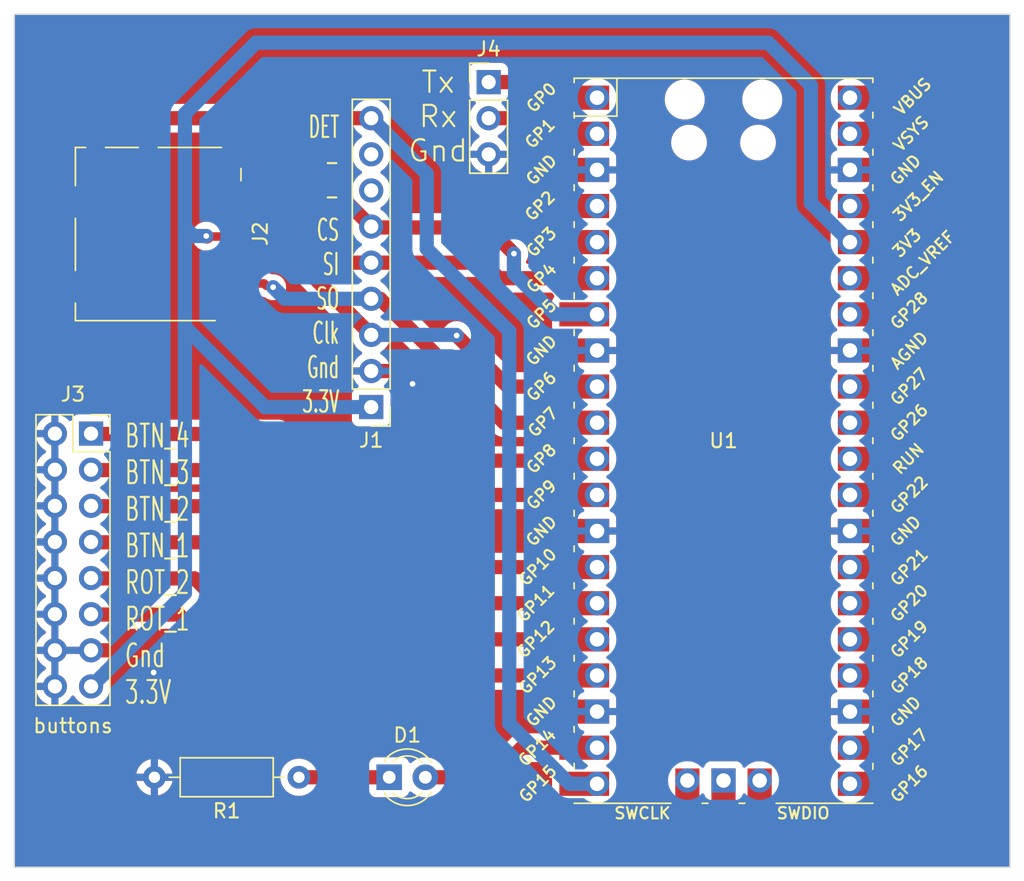
<source format=kicad_pcb>
(kicad_pcb (version 20221018) (generator pcbnew)
  (layers (0 "F.Cu" signal) (31 "B.Cu" signal) (34 "B.Paste" user) (35 "F.Paste" user) (36 "B.SilkS" user "B.Silkscreen") (37 "F.SilkS" user "F.Silkscreen") (38 "B.Mask" user) (39 "F.Mask" user) (44 "Edge.Cuts" user))
  (net 0 "")
  (net 1 "+3.3V")
  (net 2 "GND")
  (net 3 "SD_SPI_CLK")
  (net 4 "SD_SPI_TX")
  (net 5 "SD_SPI_RX")
  (net 6 "SD_CS")
  (net 7 "Net-(D1-K)")
  (net 9 "SD_DET")
  (net 13 "DBG_LED")
  (net 14 "ROT_1")
  (net 15 "ROT_2")
  (net 22 "BUTTON_1")
  (net 37 "BUTTON_2")
  (net 38 "BUTTON_3")
  (net 39 "BUTTON_4")
  (net 40 "DBG_TX")
  (net 41 "DBG_RX")
  (footprint "Connector_Card:microSD_HC_Molex_104031-0811" (layer "F.Cu") (at 110.12 115.4425 -90)
    (fp_text reference "J2" (at 0 -7.18 90) (layer "F.SilkS"))
    (fp_text value "104031-0811" hide)
    (fp_line (start -6.07 -4.45) (end -6.07 0) (stroke (width 0.12)) (layer "F.SilkS"))
    (fp_line (start -6.07 1.4) (end -6.07 3.7) (stroke (width 0.12)) (layer "F.SilkS"))
    (fp_line (start -6.07 5.1) (end -6.07 5.82) (stroke (width 0.12)) (layer "F.SilkS"))
    (fp_line (start -6.07 5.82) (end -3.39 5.82) (stroke (width 0.12)) (layer "F.SilkS"))
    (fp_line (start -4.59 -5.82) (end -3.73 -5.82) (stroke (width 0.12)) (layer "F.SilkS"))
    (fp_line (start -1.09 5.82) (end 2.58 5.82) (stroke (width 0.12)) (layer "F.SilkS"))
    (fp_line (start 4.88 5.82) (end 6.11 5.82) (stroke (width 0.12)) (layer "F.SilkS"))
    (fp_line (start 6.11 5.82) (end 6.11 -4) (stroke (width 0.12)) (layer "F.SilkS"))
    (pad "1" smd rect (at -3.105 -5.45 270) (size 0.85 1.1) (layers "F.Cu" "F.Paste" "F.Mask"))
    (pad "2" smd rect (at -2.005 -5.45 270) (size 0.85 1.1) (layers "F.Cu" "F.Paste" "F.Mask") (net 6 "SD_CS"))
    (pad "3" smd rect (at -0.905 -5.45 270) (size 0.85 1.1) (layers "F.Cu" "F.Paste" "F.Mask") (net 4 "SD_SPI_TX"))
    (pad "4" smd rect (at 0.195 -5.45 270) (size 0.85 1.1) (layers "F.Cu" "F.Paste" "F.Mask") (net 1 "+3.3V"))
    (pad "5" smd rect (at 1.295 -5.45 270) (size 0.85 1.1) (layers "F.Cu" "F.Paste" "F.Mask") (net 3 "SD_SPI_CLK"))
    (pad "6" smd rect (at 2.395 -5.45 270) (size 0.85 1.1) (layers "F.Cu" "F.Paste" "F.Mask") (net 2 "GND"))
    (pad "7" smd rect (at 3.495 -5.45 270) (size 0.85 1.1) (layers "F.Cu" "F.Paste" "F.Mask") (net 5 "SD_SPI_RX"))
    (pad "8" smd rect (at 4.545 -5.45 270) (size 0.75 1.1) (layers "F.Cu" "F.Paste" "F.Mask"))
    (pad "9" smd rect (at -5.74 0.7 270) (size 1.2 1) (layers "F.Cu" "F.Paste" "F.Mask") (net 9 "SD_DET"))
    (pad "10" smd rect (at -5.74 4.4 270) (size 1.2 1) (layers "F.Cu" "F.Paste" "F.Mask") (net 2 "GND"))
    (pad "11" smd rect (at -5.565 -5.325 270) (size 1.55 1.35) (layers "F.Cu" "F.Paste" "F.Mask"))
    (pad "11" smd rect (at -2.24 5.375 270) (size 1.9 1.35) (layers "F.Cu" "F.Paste" "F.Mask"))
    (pad "11" smd rect (at 3.73 5.375 270) (size 1.9 1.35) (layers "F.Cu" "F.Paste" "F.Mask"))
    (pad "11" smd rect (at 5.755 -5.1 270) (size 1.17 1.8) (layers "F.Cu" "F.Paste" "F.Mask"))
  )
  (footprint "Connector_PinSocket_2.54mm:PinSocket_2x08_P2.54mm_Vertical" (layer "F.Cu") (at 105.4 129.5)
    (fp_text reference "J3" (at -1.27 -2.77) (layer "F.SilkS"))
    (fp_text value "buttons" (at -1.27 20.55) (layer "F.SilkS"))
    (fp_line (start -3.87 -1.33) (end -3.87 19.11) (stroke (width 0.12)) (layer "F.SilkS"))
    (fp_line (start -3.87 -1.33) (end -1.27 -1.33) (stroke (width 0.12)) (layer "F.SilkS"))
    (fp_line (start -3.87 19.11) (end 1.33 19.11) (stroke (width 0.12)) (layer "F.SilkS"))
    (fp_line (start -1.27 -1.33) (end -1.27 1.27) (stroke (width 0.12)) (layer "F.SilkS"))
    (fp_line (start -1.27 1.27) (end 1.33 1.27) (stroke (width 0.12)) (layer "F.SilkS"))
    (fp_line (start 0 -1.33) (end 1.33 -1.33) (stroke (width 0.12)) (layer "F.SilkS"))
    (fp_line (start 1.33 -1.33) (end 1.33 0) (stroke (width 0.12)) (layer "F.SilkS"))
    (fp_line (start 1.33 1.27) (end 1.33 19.11) (stroke (width 0.12)) (layer "F.SilkS"))
    (pad "1" thru_hole rect (at 0 0) (size 1.7 1.7) (drill 1) (layers "*.Cu" "*.Mask") (net 39 "BUTTON_4"))
    (pad "2" thru_hole oval (at -2.54 0) (size 1.7 1.7) (drill 1) (layers "*.Cu" "*.Mask") (net 2 "GND"))
    (pad "3" thru_hole oval (at 0 2.54) (size 1.7 1.7) (drill 1) (layers "*.Cu" "*.Mask") (net 38 "BUTTON_3"))
    (pad "4" thru_hole oval (at -2.54 2.54) (size 1.7 1.7) (drill 1) (layers "*.Cu" "*.Mask") (net 2 "GND"))
    (pad "5" thru_hole oval (at 0 5.08) (size 1.7 1.7) (drill 1) (layers "*.Cu" "*.Mask") (net 37 "BUTTON_2"))
    (pad "6" thru_hole oval (at -2.54 5.08) (size 1.7 1.7) (drill 1) (layers "*.Cu" "*.Mask") (net 2 "GND"))
    (pad "7" thru_hole oval (at 0 7.62) (size 1.7 1.7) (drill 1) (layers "*.Cu" "*.Mask") (net 22 "BUTTON_1"))
    (pad "8" thru_hole oval (at -2.54 7.62) (size 1.7 1.7) (drill 1) (layers "*.Cu" "*.Mask") (net 2 "GND"))
    (pad "9" thru_hole oval (at 0 10.16) (size 1.7 1.7) (drill 1) (layers "*.Cu" "*.Mask") (net 15 "ROT_2"))
    (pad "10" thru_hole oval (at -2.54 10.16) (size 1.7 1.7) (drill 1) (layers "*.Cu" "*.Mask") (net 2 "GND"))
    (pad "11" thru_hole oval (at 0 12.7) (size 1.7 1.7) (drill 1) (layers "*.Cu" "*.Mask") (net 14 "ROT_1"))
    (pad "12" thru_hole oval (at -2.54 12.7) (size 1.7 1.7) (drill 1) (layers "*.Cu" "*.Mask") (net 2 "GND"))
    (pad "13" thru_hole oval (at 0 15.24) (size 1.7 1.7) (drill 1) (layers "*.Cu" "*.Mask") (net 2 "GND"))
    (pad "14" thru_hole oval (at -2.54 15.24) (size 1.7 1.7) (drill 1) (layers "*.Cu" "*.Mask") (net 2 "GND"))
    (pad "15" thru_hole oval (at 0 17.78) (size 1.7 1.7) (drill 1) (layers "*.Cu" "*.Mask") (net 1 "+3.3V"))
    (pad "16" thru_hole oval (at -2.54 17.78) (size 1.7 1.7) (drill 1) (layers "*.Cu" "*.Mask") (net 2 "GND"))
  )
  (footprint "MCU_RaspberryPi_and_Boards:RPi_Pico_SMD_TH" (layer "F.Cu") (at 149.86 130)
    (fp_text reference "U1" (at 0 0) (layer "F.SilkS"))
    (fp_text value "Pico")
    (fp_text user "GND" (at -12.8 6.35 45) (layer "F.SilkS") (effects (font (size 0.8 0.8))))
    (fp_text user "GP2" (at -12.9 -16.51 45) (layer "F.SilkS") (effects (font (size 0.8 0.8))))
    (fp_text user "GP3" (at -12.8 -13.97 45) (layer "F.SilkS") (effects (font (size 0.8 0.8))))
    (fp_text user "GP15" (at -13.054 24.13 45) (layer "F.SilkS") (effects (font (size 0.8 0.8))))
    (fp_text user "GP21" (at 13.054 8.9 45) (layer "F.SilkS") (effects (font (size 0.8 0.8))))
    (fp_text user "GP7" (at -12.7 -1.3 45) (layer "F.SilkS") (effects (font (size 0.8 0.8))))
    (fp_text user "GP26" (at 13.054 -1.27 45) (layer "F.SilkS") (effects (font (size 0.8 0.8))))
    (fp_text user "GP19" (at 13.054 13.97 45) (layer "F.SilkS") (effects (font (size 0.8 0.8))))
    (fp_text user "GP4" (at -12.8 -11.43 45) (layer "F.SilkS") (effects (font (size 0.8 0.8))))
    (fp_text user "GP1" (at -12.9 -21.6 45) (layer "F.SilkS") (effects (font (size 0.8 0.8))))
    (fp_text user "VBUS" (at 13.3 -24.2 45) (layer "F.SilkS") (effects (font (size 0.8 0.8))))
    (fp_text user "GP9" (at -12.8 3.81 45) (layer "F.SilkS") (effects (font (size 0.8 0.8))))
    (fp_text user "RUN" (at 13 1.27 45) (layer "F.SilkS") (effects (font (size 0.8 0.8))))
    (fp_text user "GP28" (at 13.054 -9.144 45) (layer "F.SilkS") (effects (font (size 0.8 0.8))))
    (fp_text user "GND" (at 12.8 -19.05 45) (layer "F.SilkS") (effects (font (size 0.8 0.8))))
    (fp_text user "AGND" (at 13.054 -6.35 45) (layer "F.SilkS") (effects (font (size 0.8 0.8))))
    (fp_text user "SWDIO" (at 5.6 26.2) (layer "F.SilkS") (effects (font (size 0.8 0.8))))
    (fp_text user "GP5" (at -12.8 -8.89 45) (layer "F.SilkS") (effects (font (size 0.8 0.8))))
    (fp_text user "GND" (at -12.8 -19.05 45) (layer "F.SilkS") (effects (font (size 0.8 0.8))))
    (fp_text user "3V3" (at 12.9 -13.9 45) (layer "F.SilkS") (effects (font (size 0.8 0.8))))
    (fp_text user "GND" (at 12.8 19.05 45) (layer "F.SilkS") (effects (font (size 0.8 0.8))))
    (fp_text user "GP22" (at 13.054 3.81 45) (layer "F.SilkS") (effects (font (size 0.8 0.8))))
    (fp_text user "GND" (at 12.8 6.35 45) (layer "F.SilkS") (effects (font (size 0.8 0.8))))
    (fp_text user "GP18" (at 13.054 16.51 45) (layer "F.SilkS") (effects (font (size 0.8 0.8))))
    (fp_text user "ADC_VREF" (at 14 -12.5 45) (layer "F.SilkS") (effects (font (size 0.8 0.8))))
    (fp_text user "GP12" (at -13.2 13.97 45) (layer "F.SilkS") (effects (font (size 0.8 0.8))))
    (fp_text user "VSYS" (at 13.2 -21.59 45) (layer "F.SilkS") (effects (font (size 0.8 0.8))))
    (fp_text user "GP27" (at 13.054 -3.8 45) (layer "F.SilkS") (effects (font (size 0.8 0.8))))
    (fp_text user "GP20" (at 13.054 11.43 45) (layer "F.SilkS") (effects (font (size 0.8 0.8))))
    (fp_text user "GND" (at -12.8 -6.35 45) (layer "F.SilkS") (effects (font (size 0.8 0.8))))
    (fp_text user "GP6" (at -12.8 -3.81 45) (layer "F.SilkS") (effects (font (size 0.8 0.8))))
    (fp_text user "GP11" (at -13.2 11.43 45) (layer "F.SilkS") (effects (font (size 0.8 0.8))))
    (fp_text user "GP14" (at -13.1 21.59 45) (layer "F.SilkS") (effects (font (size 0.8 0.8))))
    (fp_text user "GP13" (at -13.054 16.51 45) (layer "F.SilkS") (effects (font (size 0.8 0.8))))
    (fp_text user "GP8" (at -12.8 1.27 45) (layer "F.SilkS") (effects (font (size 0.8 0.8))))
    (fp_text user "GND" (at -12.8 19.05 45) (layer "F.SilkS") (effects (font (size 0.8 0.8))))
    (fp_text user "SWCLK" (at -5.7 26.2) (layer "F.SilkS") (effects (font (size 0.8 0.8))))
    (fp_text user "GP0" (at -12.8 -24.13 45) (layer "F.SilkS") (effects (font (size 0.8 0.8))))
    (fp_text user "GP10" (at -13.054 8.89 45) (layer "F.SilkS") (effects (font (size 0.8 0.8))))
    (fp_text user "3V3_EN" (at 13.7 -17.2 45) (layer "F.SilkS") (effects (font (size 0.8 0.8))))
    (fp_text user "GP16" (at 13.054 24.13 45) (layer "F.SilkS") (effects (font (size 0.8 0.8))))
    (fp_text user "GP17" (at 13.054 21.59 45) (layer "F.SilkS") (effects (font (size 0.8 0.8))))
    (fp_line (start -10.5 -25.5) (end -10.5 -25.2) (stroke (width 0.12)) (layer "F.SilkS"))
    (fp_line (start -10.5 -25.5) (end 10.5 -25.5) (stroke (width 0.12)) (layer "F.SilkS"))
    (fp_line (start -10.5 -23.1) (end -10.5 -22.7) (stroke (width 0.12)) (layer "F.SilkS"))
    (fp_line (start -10.5 -22.833) (end -7.493 -22.833) (stroke (width 0.12)) (layer "F.SilkS"))
    (fp_line (start -10.5 -20.5) (end -10.5 -20.1) (stroke (width 0.12)) (layer "F.SilkS"))
    (fp_line (start -10.5 -18) (end -10.5 -17.6) (stroke (width 0.12)) (layer "F.SilkS"))
    (fp_line (start -10.5 -15.4) (end -10.5 -15) (stroke (width 0.12)) (layer "F.SilkS"))
    (fp_line (start -10.5 -12.9) (end -10.5 -12.5) (stroke (width 0.12)) (layer "F.SilkS"))
    (fp_line (start -10.5 -10.4) (end -10.5 -10) (stroke (width 0.12)) (layer "F.SilkS"))
    (fp_line (start -10.5 -7.8) (end -10.5 -7.4) (stroke (width 0.12)) (layer "F.SilkS"))
    (fp_line (start -10.5 -5.3) (end -10.5 -4.9) (stroke (width 0.12)) (layer "F.SilkS"))
    (fp_line (start -10.5 -2.7) (end -10.5 -2.3) (stroke (width 0.12)) (layer "F.SilkS"))
    (fp_line (start -10.5 -0.2) (end -10.5 0.2) (stroke (width 0.12)) (layer "F.SilkS"))
    (fp_line (start -10.5 2.3) (end -10.5 2.7) (stroke (width 0.12)) (layer "F.SilkS"))
    (fp_line (start -10.5 4.9) (end -10.5 5.3) (stroke (width 0.12)) (layer "F.SilkS"))
    (fp_line (start -10.5 7.4) (end -10.5 7.8) (stroke (width 0.12)) (layer "F.SilkS"))
    (fp_line (start -10.5 10) (end -10.5 10.4) (stroke (width 0.12)) (layer "F.SilkS"))
    (fp_line (start -10.5 12.5) (end -10.5 12.9) (stroke (width 0.12)) (layer "F.SilkS"))
    (fp_line (start -10.5 15.1) (end -10.5 15.5) (stroke (width 0.12)) (layer "F.SilkS"))
    (fp_line (start -10.5 17.6) (end -10.5 18) (stroke (width 0.12)) (layer "F.SilkS"))
    (fp_line (start -10.5 20.1) (end -10.5 20.5) (stroke (width 0.12)) (layer "F.SilkS"))
    (fp_line (start -10.5 22.7) (end -10.5 23.1) (stroke (width 0.12)) (layer "F.SilkS"))
    (fp_line (start -7.493 -22.833) (end -7.493 -25.5) (stroke (width 0.12)) (layer "F.SilkS"))
    (fp_line (start -3.7 25.5) (end -10.5 25.5) (stroke (width 0.12)) (layer "F.SilkS"))
    (fp_line (start -1.5 25.5) (end -1.1 25.5) (stroke (width 0.12)) (layer "F.SilkS"))
    (fp_line (start 1.1 25.5) (end 1.5 25.5) (stroke (width 0.12)) (layer "F.SilkS"))
    (fp_line (start 10.5 -25.5) (end 10.5 -25.2) (stroke (width 0.12)) (layer "F.SilkS"))
    (fp_line (start 10.5 -23.1) (end 10.5 -22.7) (stroke (width 0.12)) (layer "F.SilkS"))
    (fp_line (start 10.5 -20.5) (end 10.5 -20.1) (stroke (width 0.12)) (layer "F.SilkS"))
    (fp_line (start 10.5 -18) (end 10.5 -17.6) (stroke (width 0.12)) (layer "F.SilkS"))
    (fp_line (start 10.5 -15.4) (end 10.5 -15) (stroke (width 0.12)) (layer "F.SilkS"))
    (fp_line (start 10.5 -12.9) (end 10.5 -12.5) (stroke (width 0.12)) (layer "F.SilkS"))
    (fp_line (start 10.5 -10.4) (end 10.5 -10) (stroke (width 0.12)) (layer "F.SilkS"))
    (fp_line (start 10.5 -7.8) (end 10.5 -7.4) (stroke (width 0.12)) (layer "F.SilkS"))
    (fp_line (start 10.5 -5.3) (end 10.5 -4.9) (stroke (width 0.12)) (layer "F.SilkS"))
    (fp_line (start 10.5 -2.7) (end 10.5 -2.3) (stroke (width 0.12)) (layer "F.SilkS"))
    (fp_line (start 10.5 -0.2) (end 10.5 0.2) (stroke (width 0.12)) (layer "F.SilkS"))
    (fp_line (start 10.5 2.3) (end 10.5 2.7) (stroke (width 0.12)) (layer "F.SilkS"))
    (fp_line (start 10.5 4.9) (end 10.5 5.3) (stroke (width 0.12)) (layer "F.SilkS"))
    (fp_line (start 10.5 7.4) (end 10.5 7.8) (stroke (width 0.12)) (layer "F.SilkS"))
    (fp_line (start 10.5 10) (end 10.5 10.4) (stroke (width 0.12)) (layer "F.SilkS"))
    (fp_line (start 10.5 12.5) (end 10.5 12.9) (stroke (width 0.12)) (layer "F.SilkS"))
    (fp_line (start 10.5 15.1) (end 10.5 15.5) (stroke (width 0.12)) (layer "F.SilkS"))
    (fp_line (start 10.5 17.6) (end 10.5 18) (stroke (width 0.12)) (layer "F.SilkS"))
    (fp_line (start 10.5 20.1) (end 10.5 20.5) (stroke (width 0.12)) (layer "F.SilkS"))
    (fp_line (start 10.5 22.7) (end 10.5 23.1) (stroke (width 0.12)) (layer "F.SilkS"))
    (fp_line (start 10.5 25.5) (end 3.7 25.5) (stroke (width 0.12)) (layer "F.SilkS"))
    (pad "" np_thru_hole oval (at -2.725 -24) (size 1.8 1.8) (drill 1.8) (layers "*.Cu" "*.Mask"))
    (pad "" np_thru_hole oval (at -2.425 -20.97) (size 1.5 1.5) (drill 1.5) (layers "*.Cu" "*.Mask"))
    (pad "" np_thru_hole oval (at 2.425 -20.97) (size 1.5 1.5) (drill 1.5) (layers "*.Cu" "*.Mask"))
    (pad "" np_thru_hole oval (at 2.725 -24) (size 1.8 1.8) (drill 1.8) (layers "*.Cu" "*.Mask"))
    (pad "1" thru_hole oval (at -8.89 -24.13) (size 1.7 1.7) (drill 1.02) (layers "*.Cu" "*.Mask") (net 40 "DBG_TX"))
    (pad "1" smd rect (at -8.89 -24.13) (size 3.5 1.7) (drill (offset -0.9 0)) (layers "F.Cu" "F.Mask") (net 40 "DBG_TX"))
    (pad "2" thru_hole oval (at -8.89 -21.59) (size 1.7 1.7) (drill 1.02) (layers "*.Cu" "*.Mask") (net 41 "DBG_RX"))
    (pad "2" smd rect (at -8.89 -21.59) (size 3.5 1.7) (drill (offset -0.9 0)) (layers "F.Cu" "F.Mask") (net 41 "DBG_RX"))
    (pad "3" thru_hole rect (at -8.89 -19.05) (size 1.7 1.7) (drill 1.02) (layers "*.Cu" "*.Mask") (net 2 "GND"))
    (pad "3" smd rect (at -8.89 -19.05) (size 3.5 1.7) (drill (offset -0.9 0)) (layers "F.Cu" "F.Mask") (net 2 "GND"))
    (pad "4" thru_hole oval (at -8.89 -16.51) (size 1.7 1.7) (drill 1.02) (layers "*.Cu" "*.Mask"))
    (pad "4" smd rect (at -8.89 -16.51) (size 3.5 1.7) (drill (offset -0.9 0)) (layers "F.Cu" "F.Mask"))
    (pad "5" thru_hole oval (at -8.89 -13.97) (size 1.7 1.7) (drill 1.02) (layers "*.Cu" "*.Mask"))
    (pad "5" smd rect (at -8.89 -13.97) (size 3.5 1.7) (drill (offset -0.9 0)) (layers "F.Cu" "F.Mask"))
    (pad "6" thru_hole oval (at -8.89 -11.43) (size 1.7 1.7) (drill 1.02) (layers "*.Cu" "*.Mask") (net 4 "SD_SPI_TX"))
    (pad "6" smd rect (at -8.89 -11.43) (size 3.5 1.7) (drill (offset -0.9 0)) (layers "F.Cu" "F.Mask") (net 4 "SD_SPI_TX"))
    (pad "7" thru_hole oval (at -8.89 -8.89) (size 1.7 1.7) (drill 1.02) (layers "*.Cu" "*.Mask") (net 6 "SD_CS"))
    (pad "7" smd rect (at -8.89 -8.89) (size 3.5 1.7) (drill (offset -0.9 0)) (layers "F.Cu" "F.Mask") (net 6 "SD_CS"))
    (pad "8" thru_hole rect (at -8.89 -6.35) (size 1.7 1.7) (drill 1.02) (layers "*.Cu" "*.Mask") (net 2 "GND"))
    (pad "8" smd rect (at -8.89 -6.35) (size 3.5 1.7) (drill (offset -0.9 0)) (layers "F.Cu" "F.Mask") (net 2 "GND"))
    (pad "9" thru_hole oval (at -8.89 -3.81) (size 1.7 1.7) (drill 1.02) (layers "*.Cu" "*.Mask") (net 3 "SD_SPI_CLK"))
    (pad "9" smd rect (at -8.89 -3.81) (size 3.5 1.7) (drill (offset -0.9 0)) (layers "F.Cu" "F.Mask") (net 3 "SD_SPI_CLK"))
    (pad "10" thru_hole oval (at -8.89 -1.27) (size 1.7 1.7) (drill 1.02) (layers "*.Cu" "*.Mask") (net 5 "SD_SPI_RX"))
    (pad "10" smd rect (at -8.89 -1.27) (size 3.5 1.7) (drill (offset -0.9 0)) (layers "F.Cu" "F.Mask") (net 5 "SD_SPI_RX"))
    (pad "11" thru_hole oval (at -8.89 1.27) (size 1.7 1.7) (drill 1.02) (layers "*.Cu" "*.Mask") (net 39 "BUTTON_4"))
    (pad "11" smd rect (at -8.89 1.27) (size 3.5 1.7) (drill (offset -0.9 0)) (layers "F.Cu" "F.Mask") (net 39 "BUTTON_4"))
    (pad "12" thru_hole oval (at -8.89 3.81) (size 1.7 1.7) (drill 1.02) (layers "*.Cu" "*.Mask") (net 38 "BUTTON_3"))
    (pad "12" smd rect (at -8.89 3.81) (size 3.5 1.7) (drill (offset -0.9 0)) (layers "F.Cu" "F.Mask") (net 38 "BUTTON_3"))
    (pad "13" thru_hole rect (at -8.89 6.35) (size 1.7 1.7) (drill 1.02) (layers "*.Cu" "*.Mask") (net 2 "GND"))
    (pad "13" smd rect (at -8.89 6.35) (size 3.5 1.7) (drill (offset -0.9 0)) (layers "F.Cu" "F.Mask") (net 2 "GND"))
    (pad "14" thru_hole oval (at -8.89 8.89) (size 1.7 1.7) (drill 1.02) (layers "*.Cu" "*.Mask") (net 37 "BUTTON_2"))
    (pad "14" smd rect (at -8.89 8.89) (size 3.5 1.7) (drill (offset -0.9 0)) (layers "F.Cu" "F.Mask") (net 37 "BUTTON_2"))
    (pad "15" thru_hole oval (at -8.89 11.43) (size 1.7 1.7) (drill 1.02) (layers "*.Cu" "*.Mask") (net 22 "BUTTON_1"))
    (pad "15" smd rect (at -8.89 11.43) (size 3.5 1.7) (drill (offset -0.9 0)) (layers "F.Cu" "F.Mask") (net 22 "BUTTON_1"))
    (pad "16" thru_hole oval (at -8.89 13.97) (size 1.7 1.7) (drill 1.02) (layers "*.Cu" "*.Mask") (net 15 "ROT_2"))
    (pad "16" smd rect (at -8.89 13.97) (size 3.5 1.7) (drill (offset -0.9 0)) (layers "F.Cu" "F.Mask") (net 15 "ROT_2"))
    (pad "17" thru_hole oval (at -8.89 16.51) (size 1.7 1.7) (drill 1.02) (layers "*.Cu" "*.Mask") (net 14 "ROT_1"))
    (pad "17" smd rect (at -8.89 16.51) (size 3.5 1.7) (drill (offset -0.9 0)) (layers "F.Cu" "F.Mask") (net 14 "ROT_1"))
    (pad "18" thru_hole rect (at -8.89 19.05) (size 1.7 1.7) (drill 1.02) (layers "*.Cu" "*.Mask") (net 2 "GND"))
    (pad "18" smd rect (at -8.89 19.05) (size 3.5 1.7) (drill (offset -0.9 0)) (layers "F.Cu" "F.Mask") (net 2 "GND"))
    (pad "19" thru_hole oval (at -8.89 21.59) (size 1.7 1.7) (drill 1.02) (layers "*.Cu" "*.Mask") (net 13 "DBG_LED"))
    (pad "19" smd rect (at -8.89 21.59) (size 3.5 1.7) (drill (offset -0.9 0)) (layers "F.Cu" "F.Mask") (net 13 "DBG_LED"))
    (pad "20" thru_hole oval (at -8.89 24.13) (size 1.7 1.7) (drill 1.02) (layers "*.Cu" "*.Mask") (net 9 "SD_DET"))
    (pad "20" smd rect (at -8.89 24.13) (size 3.5 1.7) (drill (offset -0.9 0)) (layers "F.Cu" "F.Mask") (net 9 "SD_DET"))
    (pad "21" thru_hole oval (at 8.89 24.13) (size 1.7 1.7) (drill 1.02) (layers "*.Cu" "*.Mask"))
    (pad "21" smd rect (at 8.89 24.13) (size 3.5 1.7) (drill (offset 0.9 0)) (layers "F.Cu" "F.Mask"))
    (pad "22" thru_hole oval (at 8.89 21.59) (size 1.7 1.7) (drill 1.02) (layers "*.Cu" "*.Mask"))
    (pad "22" smd rect (at 8.89 21.59) (size 3.5 1.7) (drill (offset 0.9 0)) (layers "F.Cu" "F.Mask"))
    (pad "23" thru_hole rect (at 8.89 19.05) (size 1.7 1.7) (drill 1.02) (layers "*.Cu" "*.Mask") (net 2 "GND"))
    (pad "23" smd rect (at 8.89 19.05) (size 3.5 1.7) (drill (offset 0.9 0)) (layers "F.Cu" "F.Mask") (net 2 "GND"))
    (pad "24" thru_hole oval (at 8.89 16.51) (size 1.7 1.7) (drill 1.02) (layers "*.Cu" "*.Mask"))
    (pad "24" smd rect (at 8.89 16.51) (size 3.5 1.7) (drill (offset 0.9 0)) (layers "F.Cu" "F.Mask"))
    (pad "25" thru_hole oval (at 8.89 13.97) (size 1.7 1.7) (drill 1.02) (layers "*.Cu" "*.Mask"))
    (pad "25" smd rect (at 8.89 13.97) (size 3.5 1.7) (drill (offset 0.9 0)) (layers "F.Cu" "F.Mask"))
    (pad "26" thru_hole oval (at 8.89 11.43) (size 1.7 1.7) (drill 1.02) (layers "*.Cu" "*.Mask"))
    (pad "26" smd rect (at 8.89 11.43) (size 3.5 1.7) (drill (offset 0.9 0)) (layers "F.Cu" "F.Mask"))
    (pad "27" thru_hole oval (at 8.89 8.89) (size 1.7 1.7) (drill 1.02) (layers "*.Cu" "*.Mask"))
    (pad "27" smd rect (at 8.89 8.89) (size 3.5 1.7) (drill (offset 0.9 0)) (layers "F.Cu" "F.Mask"))
    (pad "28" thru_hole rect (at 8.89 6.35) (size 1.7 1.7) (drill 1.02) (layers "*.Cu" "*.Mask") (net 2 "GND"))
    (pad "28" smd rect (at 8.89 6.35) (size 3.5 1.7) (drill (offset 0.9 0)) (layers "F.Cu" "F.Mask") (net 2 "GND"))
    (pad "29" thru_hole oval (at 8.89 3.81) (size 1.7 1.7) (drill 1.02) (layers "*.Cu" "*.Mask"))
    (pad "29" smd rect (at 8.89 3.81) (size 3.5 1.7) (drill (offset 0.9 0)) (layers "F.Cu" "F.Mask"))
    (pad "30" thru_hole oval (at 8.89 1.27) (size 1.7 1.7) (drill 1.02) (layers "*.Cu" "*.Mask"))
    (pad "30" smd rect (at 8.89 1.27) (size 3.5 1.7) (drill (offset 0.9 0)) (layers "F.Cu" "F.Mask"))
    (pad "31" thru_hole oval (at 8.89 -1.27) (size 1.7 1.7) (drill 1.02) (layers "*.Cu" "*.Mask"))
    (pad "31" smd rect (at 8.89 -1.27) (size 3.5 1.7) (drill (offset 0.9 0)) (layers "F.Cu" "F.Mask"))
    (pad "32" thru_hole oval (at 8.89 -3.81) (size 1.7 1.7) (drill 1.02) (layers "*.Cu" "*.Mask"))
    (pad "32" smd rect (at 8.89 -3.81) (size 3.5 1.7) (drill (offset 0.9 0)) (layers "F.Cu" "F.Mask"))
    (pad "33" thru_hole rect (at 8.89 -6.35) (size 1.7 1.7) (drill 1.02) (layers "*.Cu" "*.Mask") (net 2 "GND"))
    (pad "33" smd rect (at 8.89 -6.35) (size 3.5 1.7) (drill (offset 0.9 0)) (layers "F.Cu" "F.Mask") (net 2 "GND"))
    (pad "34" thru_hole oval (at 8.89 -8.89) (size 1.7 1.7) (drill 1.02) (layers "*.Cu" "*.Mask"))
    (pad "34" smd rect (at 8.89 -8.89) (size 3.5 1.7) (drill (offset 0.9 0)) (layers "F.Cu" "F.Mask"))
    (pad "35" thru_hole oval (at 8.89 -11.43) (size 1.7 1.7) (drill 1.02) (layers "*.Cu" "*.Mask"))
    (pad "35" smd rect (at 8.89 -11.43) (size 3.5 1.7) (drill (offset 0.9 0)) (layers "F.Cu" "F.Mask"))
    (pad "36" thru_hole oval (at 8.89 -13.97) (size 1.7 1.7) (drill 1.02) (layers "*.Cu" "*.Mask") (net 1 "+3.3V"))
    (pad "36" smd rect (at 8.89 -13.97) (size 3.5 1.7) (drill (offset 0.9 0)) (layers "F.Cu" "F.Mask") (net 1 "+3.3V"))
    (pad "37" thru_hole oval (at 8.89 -16.51) (size 1.7 1.7) (drill 1.02) (layers "*.Cu" "*.Mask"))
    (pad "37" smd rect (at 8.89 -16.51) (size 3.5 1.7) (drill (offset 0.9 0)) (layers "F.Cu" "F.Mask"))
    (pad "38" thru_hole rect (at 8.89 -19.05) (size 1.7 1.7) (drill 1.02) (layers "*.Cu" "*.Mask") (net 2 "GND"))
    (pad "38" smd rect (at 8.89 -19.05) (size 3.5 1.7) (drill (offset 0.9 0)) (layers "F.Cu" "F.Mask") (net 2 "GND"))
    (pad "39" thru_hole oval (at 8.89 -21.59) (size 1.7 1.7) (drill 1.02) (layers "*.Cu" "*.Mask"))
    (pad "39" smd rect (at 8.89 -21.59) (size 3.5 1.7) (drill (offset 0.9 0)) (layers "F.Cu" "F.Mask"))
    (pad "40" thru_hole oval (at 8.89 -24.13) (size 1.7 1.7) (drill 1.02) (layers "*.Cu" "*.Mask"))
    (pad "40" smd rect (at 8.89 -24.13) (size 3.5 1.7) (drill (offset 0.9 0)) (layers "F.Cu" "F.Mask"))
    (pad "41" thru_hole oval (at -2.54 23.9) (size 1.7 1.7) (drill 1.02) (layers "*.Cu" "*.Mask"))
    (pad "41" smd rect (at -2.54 23.9 90) (size 3.5 1.7) (drill (offset -0.9 0)) (layers "F.Cu" "F.Mask"))
    (pad "42" thru_hole rect (at 0 23.9) (size 1.7 1.7) (drill 1.02) (layers "*.Cu" "*.Mask"))
    (pad "42" smd rect (at 0 23.9 90) (size 3.5 1.7) (drill (offset -0.9 0)) (layers "F.Cu" "F.Mask"))
    (pad "43" thru_hole oval (at 2.54 23.9) (size 1.7 1.7) (drill 1.02) (layers "*.Cu" "*.Mask"))
    (pad "43" smd rect (at 2.54 23.9 90) (size 3.5 1.7) (drill (offset -0.9 0)) (layers "F.Cu" "F.Mask"))
  )
  (footprint "Resistor_THT:R_Axial_DIN0207_L6.3mm_D2.5mm_P10.16mm_Horizontal" (layer "F.Cu") (at 120.015 153.67 180)
    (fp_text reference "R1" (at 5.08 -2.37) (layer "F.SilkS"))
    (fp_text value "R_US")
    (fp_line (start 1.04 0) (end 1.81 0) (stroke (width 0.12)) (layer "F.SilkS"))
    (fp_line (start 1.81 -1.37) (end 1.81 1.37) (stroke (width 0.12)) (layer "F.SilkS"))
    (fp_line (start 1.81 1.37) (end 8.35 1.37) (stroke (width 0.12)) (layer "F.SilkS"))
    (fp_line (start 8.35 -1.37) (end 1.81 -1.37) (stroke (width 0.12)) (layer "F.SilkS"))
    (fp_line (start 8.35 1.37) (end 8.35 -1.37) (stroke (width 0.12)) (layer "F.SilkS"))
    (fp_line (start 9.12 0) (end 8.35 0) (stroke (width 0.12)) (layer "F.SilkS"))
    (pad "1" thru_hole circle (at 0 0 180) (size 1.6 1.6) (drill 0.8) (layers "*.Cu" "*.Mask") (net 7 "Net-(D1-K)"))
    (pad "2" thru_hole oval (at 10.16 0 180) (size 1.6 1.6) (drill 0.8) (layers "*.Cu" "*.Mask") (net 2 "GND"))
  )
  (footprint "Connector_PinHeader_2.54mm:PinHeader_1x09_P2.54mm_Vertical" (layer "F.Cu") (at 125.095 127.635 180)
    (fp_text reference "J1" (at 0 -2.33) (layer "F.SilkS"))
    (fp_text value "Conn_01x09_Male" hide)
    (fp_line (start -1.33 -1.33) (end 0 -1.33) (stroke (width 0.12)) (layer "F.SilkS"))
    (fp_line (start -1.33 0) (end -1.33 -1.33) (stroke (width 0.12)) (layer "F.SilkS"))
    (fp_line (start -1.33 1.27) (end -1.33 21.65) (stroke (width 0.12)) (layer "F.SilkS"))
    (fp_line (start -1.33 1.27) (end 1.33 1.27) (stroke (width 0.12)) (layer "F.SilkS"))
    (fp_line (start -1.33 21.65) (end 1.33 21.65) (stroke (width 0.12)) (layer "F.SilkS"))
    (fp_line (start 1.33 1.27) (end 1.33 21.65) (stroke (width 0.12)) (layer "F.SilkS"))
    (pad "1" thru_hole rect (at 0 0 180) (size 1.7 1.7) (drill 1) (layers "*.Cu" "*.Mask") (net 1 "+3.3V"))
    (pad "2" thru_hole oval (at 0 2.54 180) (size 1.7 1.7) (drill 1) (layers "*.Cu" "*.Mask") (net 2 "GND"))
    (pad "3" thru_hole oval (at 0 5.08 180) (size 1.7 1.7) (drill 1) (layers "*.Cu" "*.Mask") (net 3 "SD_SPI_CLK"))
    (pad "4" thru_hole oval (at 0 7.62 180) (size 1.7 1.7) (drill 1) (layers "*.Cu" "*.Mask") (net 5 "SD_SPI_RX"))
    (pad "5" thru_hole oval (at 0 10.16 180) (size 1.7 1.7) (drill 1) (layers "*.Cu" "*.Mask") (net 4 "SD_SPI_TX"))
    (pad "6" thru_hole oval (at 0 12.7 180) (size 1.7 1.7) (drill 1) (layers "*.Cu" "*.Mask") (net 6 "SD_CS"))
    (pad "7" thru_hole oval (at 0 15.24 180) (size 1.7 1.7) (drill 1) (layers "*.Cu" "*.Mask"))
    (pad "8" thru_hole oval (at 0 17.78 180) (size 1.7 1.7) (drill 1) (layers "*.Cu" "*.Mask"))
    (pad "9" thru_hole oval (at 0 20.32 180) (size 1.7 1.7) (drill 1) (layers "*.Cu" "*.Mask") (net 9 "SD_DET"))
  )
  (footprint "Connector_PinHeader_2.54mm:PinHeader_1x03_P2.54mm_Vertical" (layer "F.Cu") (at 133.35 104.775)
    (fp_text reference "J4" (at 0 -2.33) (layer "F.SilkS"))
    (fp_text value "Conn_01x03_Male" hide)
    (fp_line (start -1.33 -1.33) (end 0 -1.33) (stroke (width 0.12)) (layer "F.SilkS"))
    (fp_line (start -1.33 0) (end -1.33 -1.33) (stroke (width 0.12)) (layer "F.SilkS"))
    (fp_line (start -1.33 1.27) (end -1.33 6.41) (stroke (width 0.12)) (layer "F.SilkS"))
    (fp_line (start -1.33 1.27) (end 1.33 1.27) (stroke (width 0.12)) (layer "F.SilkS"))
    (fp_line (start -1.33 6.41) (end 1.33 6.41) (stroke (width 0.12)) (layer "F.SilkS"))
    (fp_line (start 1.33 1.27) (end 1.33 6.41) (stroke (width 0.12)) (layer "F.SilkS"))
    (pad "1" thru_hole rect (at 0 0) (size 1.7 1.7) (drill 1) (layers "*.Cu" "*.Mask") (net 40 "DBG_TX"))
    (pad "2" thru_hole oval (at 0 2.54) (size 1.7 1.7) (drill 1) (layers "*.Cu" "*.Mask") (net 41 "DBG_RX"))
    (pad "3" thru_hole oval (at 0 5.08) (size 1.7 1.7) (drill 1) (layers "*.Cu" "*.Mask") (net 2 "GND"))
  )
  (footprint "LED_THT:LED_D3.0mm" (layer "F.Cu") (at 126.36 153.67)
    (fp_text reference "D1" (at 1.27 -2.96) (layer "F.SilkS"))
    (fp_text value "LED")
    (fp_line (start -0.29 -1.236) (end -0.29 -1.08) (stroke (width 0.12)) (layer "F.SilkS"))
    (fp_line (start -0.29 1.08) (end -0.29 1.236) (stroke (width 0.12)) (layer "F.SilkS"))
    (fp_arc (start -0.29 -1.235516) (mid 1.366487 -1.987659) (end 2.942335 -1.078608) (stroke (width 0.12)) (layer "F.SilkS"))
    (fp_arc (start 0.229039 -1.08) (mid 1.270117 -1.5) (end 2.31113 -1.079837) (stroke (width 0.12)) (layer "F.SilkS"))
    (fp_arc (start 2.31113 1.079837) (mid 1.270117 1.5) (end 0.229039 1.08) (stroke (width 0.12)) (layer "F.SilkS"))
    (fp_arc (start 2.942335 1.078608) (mid 1.366487 1.987659) (end -0.29 1.235516) (stroke (width 0.12)) (layer "F.SilkS"))
    (pad "1" thru_hole rect (at 0 0) (size 1.8 1.8) (drill 0.9) (layers "*.Cu" "*.Mask") (net 7 "Net-(D1-K)"))
    (pad "2" thru_hole circle (at 2.54 0) (size 1.8 1.8) (drill 0.9) (layers "*.Cu" "*.Mask") (net 13 "DBG_LED"))
  )
  (gr_rect (start 100 100) (end 170 160) (stroke (width 0.1)) (fill none) (layer "Edge.Cuts"))
  (gr_text "Tx\nRx\nGnd" (at 129.794 107.188) (layer "F.SilkS") (effects (font (size 1.5 1.5))))
  (gr_text "DET\n-\n-\nCS\nSI\nSO\nClk\nGnd\n3.3V" (at 122.936 117.602) (layer "F.SilkS") (effects (font (size 1.5 0.8)) (justify right)))
  (gr_text "BTN_4\nBTN_3\nBTN_2\nBTN_1\nROT_2\nROT_1\nGnd\n3.3V" (at 107.696 138.684) (layer "F.SilkS") (effects (font (size 1.6 1)) (justify left)))
  (segment (start 113.5375 115.6375) (end 113.5 115.6) (width 1) (layer "F.Cu") (net 1))
  (segment (start 115.57 115.6375) (end 113.5375 115.6375) (width 0.6) (layer "F.Cu") (net 1))
  (via (at 113.5 115.6) (size 0.8) (drill 0.4) (layers "F.Cu" "B.Cu") (net 1))
  (segment (start 112 115) (end 112 122) (width 1) (layer "B.Cu") (net 1))
  (segment (start 112.6 115.6) (end 112 115) (width 1) (layer "B.Cu") (net 1))
  (segment (start 153 102) (end 117 102) (width 1) (layer "B.Cu") (net 1))
  (segment (start 156 105) (end 153 102) (width 1) (layer "B.Cu") (net 1))
  (segment (start 125.095 127.635) (end 117.635 127.635) (width 1) (layer "B.Cu") (net 1))
  (segment (start 117 102) (end 112 107) (width 1) (layer "B.Cu") (net 1))
  (segment (start 112 140.715) (end 105.41 147.305) (width 1) (layer "B.Cu") (net 1))
  (segment (start 156 113.28) (end 156 105) (width 1) (layer "B.Cu") (net 1))
  (segment (start 158.75 116.03) (end 156 113.28) (width 1) (layer "B.Cu") (net 1))
  (segment (start 117.635 127.635) (end 112 122) (width 1) (layer "B.Cu") (net 1))
  (segment (start 112 122) (end 112 140.715) (width 1) (layer "B.Cu") (net 1))
  (segment (start 113.5 115.6) (end 112.6 115.6) (width 1) (layer "B.Cu") (net 1))
  (segment (start 112 107) (end 112 115) (width 1) (layer "B.Cu") (net 1))
  (segment (start 127.095 125.095) (end 128 126) (width 1) (layer "F.Cu") (net 2))
  (segment (start 125.095 125.095) (end 127.095 125.095) (width 1) (layer "F.Cu") (net 2))
  (segment (start 108.24 144.74) (end 109.8 146.3) (width 1) (layer "F.Cu") (net 2))
  (segment (start 105.4 144.74) (end 108.24 144.74) (width 1) (layer "F.Cu") (net 2))
  (via (at 128 126) (size 0.8) (drill 0.4) (layers "F.Cu" "B.Cu") (net 2))
  (via (at 109.8 146.3) (size 0.8) (drill 0.4) (layers "F.Cu" "B.Cu") (net 2))
  (segment (start 134.69 126.19) (end 140.97 126.19) (width 1) (layer "F.Cu") (net 3))
  (segment (start 131.1 122.6) (end 134.69 126.19) (width 1) (layer "F.Cu") (net 3))
  (segment (start 117 116.7375) (end 115.57 116.7375) (width 0.6) (layer "F.Cu") (net 3))
  (segment (start 119.2775 116.7375) (end 117 116.7375) (width 1) (layer "F.Cu") (net 3))
  (segment (start 125.095 122.555) (end 119.2775 116.7375) (width 1) (layer "F.Cu") (net 3))
  (via (at 131.1 122.6) (size 0.8) (drill 0.4) (layers "F.Cu" "B.Cu") (net 3))
  (segment (start 131.055 122.555) (end 131.1 122.6) (width 1) (layer "B.Cu") (net 3))
  (segment (start 125.095 122.555) (end 131.055 122.555) (width 1) (layer "B.Cu") (net 3))
  (segment (start 115.57 114.5375) (end 116.5375 114.5375) (width 0.6) (layer "F.Cu") (net 4))
  (segment (start 120.842 115) (end 123.317 117.475) (width 1) (layer "F.Cu") (net 4))
  (segment (start 140.97 118.57) (end 134.064 118.57) (width 1) (layer "F.Cu") (net 4))
  (segment (start 134.064 118.57) (end 132.969 117.475) (width 1) (layer "F.Cu") (net 4))
  (segment (start 116.5375 114.5375) (end 117 115) (width 0.6) (layer "F.Cu") (net 4))
  (segment (start 132.969 117.475) (end 125.095 117.475) (width 1) (layer "F.Cu") (net 4))
  (segment (start 117 115) (end 120.842 115) (width 1) (layer "F.Cu") (net 4))
  (segment (start 123.317 117.475) (end 125.095 117.475) (width 1) (layer "F.Cu") (net 4))
  (segment (start 134.43 128.73) (end 140.97 128.73) (width 1) (layer "F.Cu") (net 5))
  (segment (start 118.2 119.2) (end 118.1 119.1) (width 0.6) (layer "F.Cu") (net 5))
  (segment (start 118.1 119.1) (end 117.725 119.1) (width 0.6) (layer "F.Cu") (net 5))
  (segment (start 117.5625 118.9375) (end 115.57 118.9375) (width 0.6) (layer "F.Cu") (net 5))
  (segment (start 125.095 120.015) (end 125.715 120.015) (width 1) (layer "F.Cu") (net 5))
  (segment (start 117.725 119.1) (end 117.5625 118.9375) (width 0.6) (layer "F.Cu") (net 5))
  (segment (start 125.715 120.015) (end 134.43 128.73) (width 1) (layer "F.Cu") (net 5))
  (via (at 118.2 119.2) (size 0.8) (drill 0.4) (layers "F.Cu" "B.Cu") (net 5))
  (segment (start 119.015 120.015) (end 118.2 119.2) (width 1) (layer "B.Cu") (net 5))
  (segment (start 125.095 120.015) (end 119.015 120.015) (width 1) (layer "B.Cu") (net 5))
  (segment (start 125.095 114.935) (end 125.16 115) (width 1) (layer "F.Cu") (net 6))
  (segment (start 125.16 115) (end 133.2875 115) (width 1) (layer "F.Cu") (net 6))
  (segment (start 133.2875 115) (end 135.1275 116.84) (width 1) (layer "F.Cu") (net 6))
  (segment (start 117 113.4375) (end 123.5975 113.4375) (width 1) (layer "F.Cu") (net 6))
  (segment (start 123.5975 113.4375) (end 125.095 114.935) (width 1) (layer "F.Cu") (net 6))
  (segment (start 117 113.4375) (end 115.57 113.4375) (width 0.6) (layer "F.Cu") (net 6))
  (via (at 135.1275 116.84) (size 0.8) (drill 0.4) (layers "F.Cu" "B.Cu") (net 6))
  (segment (start 135.1275 116.84) (end 135.1275 118.2275) (width 1) (layer "B.Cu") (net 6))
  (segment (start 138.01 121.11) (end 140.97 121.11) (width 1) (layer "B.Cu") (net 6))
  (segment (start 135.1275 118.2275) (end 138.01 121.11) (width 1) (layer "B.Cu") (net 6))
  (segment (start 120.015 153.67) (end 126.36 153.67) (width 1) (layer "F.Cu") (net 7))
  (segment (start 109.42 109.7025) (end 109.42 108.48) (width 1) (layer "F.Cu") (net 9))
  (segment (start 110.585 107.315) (end 125.095 107.315) (width 1) (layer "F.Cu") (net 9))
  (segment (start 109.42 108.48) (end 110.585 107.315) (width 1) (layer "F.Cu") (net 9))
  (segment (start 129 111.22) (end 129 116.5) (width 1) (layer "B.Cu") (net 9))
  (segment (start 134.8 122.3) (end 134.8 149.9) (width 1) (layer "B.Cu") (net 9))
  (segment (start 125.095 107.315) (end 129 111.22) (width 1) (layer "B.Cu") (net 9))
  (segment (start 129 116.5) (end 134.8 122.3) (width 1) (layer "B.Cu") (net 9))
  (segment (start 134.8 149.9) (end 139.03 154.13) (width 1) (layer "B.Cu") (net 9))
  (segment (start 139.03 154.13) (end 140.97 154.13) (width 1) (layer "B.Cu") (net 9))
  (segment (start 133.604 153.67) (end 135.684 151.59) (width 1) (layer "F.Cu") (net 13))
  (segment (start 135.684 151.59) (end 140.97 151.59) (width 1) (layer "F.Cu") (net 13))
  (segment (start 128.9 153.67) (end 133.604 153.67) (width 1) (layer "F.Cu") (net 13))
  (segment (start 111.575 142.225) (end 115.86 146.51) (width 1) (layer "F.Cu") (net 14))
  (segment (start 105.41 142.225) (end 111.575 142.225) (width 1) (layer "F.Cu") (net 14))
  (segment (start 115.86 146.51) (end 140.97 146.51) (width 1) (layer "F.Cu") (net 14))
  (segment (start 112.685 139.685) (end 116.97 143.97) (width 1) (layer "F.Cu") (net 15))
  (segment (start 116.97 143.97) (end 140.97 143.97) (width 1) (layer "F.Cu") (net 15))
  (segment (start 105.41 139.685) (end 112.685 139.685) (width 1) (layer "F.Cu") (net 15))
  (segment (start 118.43 141.43) (end 140.97 141.43) (width 1) (layer "F.Cu") (net 22))
  (segment (start 114.145 137.145) (end 118.43 141.43) (width 1) (layer "F.Cu") (net 22))
  (segment (start 105.41 137.145) (end 114.145 137.145) (width 1) (layer "F.Cu") (net 22))
  (segment (start 115.705 134.605) (end 119.99 138.89) (width 1) (layer "F.Cu") (net 37))
  (segment (start 105.41 134.605) (end 115.705 134.605) (width 1) (layer "F.Cu") (net 37))
  (segment (start 119.99 138.89) (end 140.97 138.89) (width 1) (layer "F.Cu") (net 37))
  (segment (start 105.41 132.065) (end 117.065 132.065) (width 1) (layer "F.Cu") (net 38))
  (segment (start 117.065 132.065) (end 118.81 133.81) (width 1) (layer "F.Cu") (net 38))
  (segment (start 118.81 133.81) (end 140.97 133.81) (width 1) (layer "F.Cu") (net 38))
  (segment (start 120.4 131.4) (end 140.84 131.4) (width 1) (layer "F.Cu") (net 39))
  (segment (start 105.41 129.525) (end 118.525 129.525) (width 1) (layer "F.Cu") (net 39))
  (segment (start 140.84 131.4) (end 140.97 131.27) (width 1) (layer "F.Cu") (net 39))
  (segment (start 118.525 129.525) (end 120.4 131.4) (width 1) (layer "F.Cu") (net 39))
  (segment (start 135.89 104.775) (end 133.35 104.775) (width 1) (layer "F.Cu") (net 40))
  (segment (start 136.985 105.87) (end 135.89 104.775) (width 1) (layer "F.Cu") (net 40))
  (segment (start 140.97 105.87) (end 136.985 105.87) (width 1) (layer "F.Cu") (net 40))
  (segment (start 135.89 107.315) (end 133.35 107.315) (width 1) (layer "F.Cu") (net 41))
  (segment (start 140.97 108.41) (end 136.985 108.41) (width 1) (layer "F.Cu") (net 41))
  (segment (start 136.985 108.41) (end 135.89 107.315) (width 1) (layer "F.Cu") (net 41))
  (zone (net 2) (net_name "GND") (layers "F&B.Cu") (connect_pads (clearance 0.508)) (min_thickness 0.25) (fill yes (thermal_gap 0.5) (thermal_bridge_width 0.5))
    (polygon (pts (xy 99 99) (xy 171 99) (xy 171 161) (xy 99 161)))
  )
)
</source>
